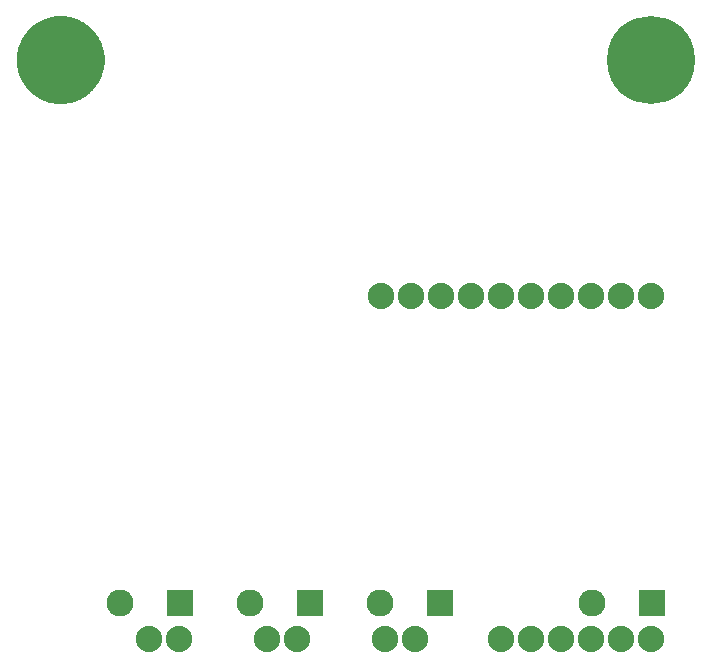
<source format=gbs>
G04 MADE WITH FRITZING*
G04 WWW.FRITZING.ORG*
G04 DOUBLE SIDED*
G04 HOLES PLATED*
G04 CONTOUR ON CENTER OF CONTOUR VECTOR*
%FSLAX26Y26*%
%MOIN*%
%ADD10C,0.090000*%
%ADD11C,0.125984*%
%ADD12C,0.293464*%
%ADD13C,0.088000*%
%ADD14R,0.090000X0.090000*%
%ADD15R,0.001000X0.001000*%
%G04MASK0*%
%FSLAX26Y26*%
%MOIN*%
D10*
X2117570Y296110D03*
X1917570Y296110D03*
X1408910Y296110D03*
X1208910Y296110D03*
X975830Y296110D03*
X775830Y296110D03*
X542767Y296110D03*
X342767Y296110D03*
D11*
X145911Y2107132D03*
D12*
X2114430Y2107132D03*
D13*
X539611Y178000D03*
X439611Y178000D03*
X933310Y178000D03*
X833310Y178000D03*
X1327020Y178000D03*
X1227020Y178000D03*
X2112900Y178020D03*
X2012900Y178020D03*
X1912900Y178020D03*
X1812900Y178020D03*
X1712900Y178020D03*
X1612900Y178020D03*
X2114420Y1319731D03*
X2014420Y1319731D03*
X1914420Y1319731D03*
X1814420Y1319731D03*
X1714420Y1319731D03*
X1614420Y1319731D03*
X1514420Y1319731D03*
X1414420Y1319731D03*
X1314420Y1319731D03*
X1214420Y1319731D03*
D14*
X2117570Y296110D03*
X1408910Y296110D03*
X975830Y296110D03*
X542767Y296110D03*
D15*
X134500Y2253280D02*
X157500Y2253280D01*
X125500Y2252280D02*
X166500Y2252280D01*
X119500Y2251280D02*
X172500Y2251280D01*
X114500Y2250280D02*
X177500Y2250280D01*
X110500Y2249280D02*
X181500Y2249280D01*
X106500Y2248280D02*
X185500Y2248280D01*
X102500Y2247280D02*
X188500Y2247280D01*
X99500Y2246280D02*
X191500Y2246280D01*
X96500Y2245280D02*
X194500Y2245280D01*
X94500Y2244280D02*
X197500Y2244280D01*
X91500Y2243280D02*
X200500Y2243280D01*
X89500Y2242280D02*
X202500Y2242280D01*
X86500Y2241280D02*
X204500Y2241280D01*
X84500Y2240280D02*
X206500Y2240280D01*
X82500Y2239280D02*
X209500Y2239280D01*
X80500Y2238280D02*
X210500Y2238280D01*
X78500Y2237280D02*
X212500Y2237280D01*
X76500Y2236280D02*
X214500Y2236280D01*
X75500Y2235280D02*
X216500Y2235280D01*
X73500Y2234280D02*
X218500Y2234280D01*
X71500Y2233280D02*
X219500Y2233280D01*
X70500Y2232280D02*
X221500Y2232280D01*
X68500Y2231280D02*
X223500Y2231280D01*
X66500Y2230280D02*
X224500Y2230280D01*
X65500Y2229280D02*
X226500Y2229280D01*
X63500Y2228280D02*
X227500Y2228280D01*
X62500Y2227280D02*
X229500Y2227280D01*
X61500Y2226280D02*
X230500Y2226280D01*
X59500Y2225280D02*
X232500Y2225280D01*
X58500Y2224280D02*
X233500Y2224280D01*
X57500Y2223280D02*
X234500Y2223280D01*
X55500Y2222280D02*
X235500Y2222280D01*
X54500Y2221280D02*
X237500Y2221280D01*
X53500Y2220280D02*
X238500Y2220280D01*
X51500Y2219280D02*
X239500Y2219280D01*
X50500Y2218280D02*
X240500Y2218280D01*
X49500Y2217280D02*
X242500Y2217280D01*
X48500Y2216280D02*
X243500Y2216280D01*
X47500Y2215280D02*
X244500Y2215280D01*
X46500Y2214280D02*
X245500Y2214280D01*
X45500Y2213280D02*
X246500Y2213280D01*
X44500Y2212280D02*
X247500Y2212280D01*
X43500Y2211280D02*
X248500Y2211280D01*
X42500Y2210280D02*
X249500Y2210280D01*
X41500Y2209280D02*
X250500Y2209280D01*
X40500Y2208280D02*
X251500Y2208280D01*
X39500Y2207280D02*
X252500Y2207280D01*
X38500Y2206280D02*
X253500Y2206280D01*
X37500Y2205280D02*
X254500Y2205280D01*
X36500Y2204280D02*
X255500Y2204280D01*
X35500Y2203280D02*
X256500Y2203280D01*
X34500Y2202280D02*
X256500Y2202280D01*
X33500Y2201280D02*
X257500Y2201280D01*
X33500Y2200280D02*
X258500Y2200280D01*
X32500Y2199280D02*
X259500Y2199280D01*
X31500Y2198280D02*
X260500Y2198280D01*
X30500Y2197280D02*
X260500Y2197280D01*
X30500Y2196280D02*
X261500Y2196280D01*
X29500Y2195280D02*
X262500Y2195280D01*
X28500Y2194280D02*
X263500Y2194280D01*
X27500Y2193280D02*
X263500Y2193280D01*
X27500Y2192280D02*
X264500Y2192280D01*
X26500Y2191280D02*
X265500Y2191280D01*
X25500Y2190280D02*
X265500Y2190280D01*
X25500Y2189280D02*
X266500Y2189280D01*
X24500Y2188280D02*
X267500Y2188280D01*
X23500Y2187280D02*
X267500Y2187280D01*
X23500Y2186280D02*
X268500Y2186280D01*
X22500Y2185280D02*
X269500Y2185280D01*
X21500Y2184280D02*
X269500Y2184280D01*
X21500Y2183280D02*
X270500Y2183280D01*
X20500Y2182280D02*
X271500Y2182280D01*
X19500Y2181280D02*
X271500Y2181280D01*
X19500Y2180280D02*
X272500Y2180280D01*
X18500Y2179280D02*
X272500Y2179280D01*
X18500Y2178280D02*
X273500Y2178280D01*
X17500Y2177280D02*
X274500Y2177280D01*
X17500Y2176280D02*
X274500Y2176280D01*
X16500Y2175280D02*
X275500Y2175280D01*
X16500Y2174280D02*
X275500Y2174280D01*
X15500Y2173280D02*
X276500Y2173280D01*
X14500Y2172280D02*
X276500Y2172280D01*
X14500Y2171280D02*
X277500Y2171280D01*
X13500Y2170280D02*
X277500Y2170280D01*
X13500Y2169280D02*
X278500Y2169280D01*
X13500Y2168280D02*
X278500Y2168280D01*
X12500Y2167280D02*
X279500Y2167280D01*
X12500Y2166280D02*
X279500Y2166280D01*
X11500Y2165280D02*
X280500Y2165280D01*
X11500Y2164280D02*
X280500Y2164280D01*
X10500Y2163280D02*
X280500Y2163280D01*
X10500Y2162280D02*
X281500Y2162280D01*
X10500Y2161280D02*
X281500Y2161280D01*
X9500Y2160280D02*
X282500Y2160280D01*
X9500Y2159280D02*
X282500Y2159280D01*
X8500Y2158280D02*
X282500Y2158280D01*
X8500Y2157280D02*
X283500Y2157280D01*
X8500Y2156280D02*
X283500Y2156280D01*
X7500Y2155280D02*
X283500Y2155280D01*
X7500Y2154280D02*
X284500Y2154280D01*
X7500Y2153280D02*
X284500Y2153280D01*
X6500Y2152280D02*
X284500Y2152280D01*
X6500Y2151280D02*
X285500Y2151280D01*
X6500Y2150280D02*
X285500Y2150280D01*
X5500Y2149280D02*
X285500Y2149280D01*
X5500Y2148280D02*
X286500Y2148280D01*
X5500Y2147280D02*
X286500Y2147280D01*
X5500Y2146280D02*
X286500Y2146280D01*
X4500Y2145280D02*
X286500Y2145280D01*
X4500Y2144280D02*
X287500Y2144280D01*
X4500Y2143280D02*
X287500Y2143280D01*
X3500Y2142280D02*
X287500Y2142280D01*
X3500Y2141280D02*
X287500Y2141280D01*
X3500Y2140280D02*
X288500Y2140280D01*
X3500Y2139280D02*
X288500Y2139280D01*
X3500Y2138280D02*
X288500Y2138280D01*
X2500Y2137280D02*
X288500Y2137280D01*
X2500Y2136280D02*
X289500Y2136280D01*
X2500Y2135280D02*
X289500Y2135280D01*
X2500Y2134280D02*
X289500Y2134280D01*
X2500Y2133280D02*
X289500Y2133280D01*
X1500Y2132280D02*
X289500Y2132280D01*
X1500Y2131280D02*
X290500Y2131280D01*
X1500Y2130280D02*
X290500Y2130280D01*
X1500Y2129280D02*
X290500Y2129280D01*
X1500Y2128280D02*
X290500Y2128280D01*
X1500Y2127280D02*
X290500Y2127280D01*
X1500Y2126280D02*
X290500Y2126280D01*
X500Y2125280D02*
X290500Y2125280D01*
X500Y2124280D02*
X290500Y2124280D01*
X500Y2123280D02*
X291500Y2123280D01*
X500Y2122280D02*
X291500Y2122280D01*
X500Y2121280D02*
X291500Y2121280D01*
X500Y2120280D02*
X291500Y2120280D01*
X500Y2119280D02*
X291500Y2119280D01*
X500Y2118280D02*
X291500Y2118280D01*
X500Y2117280D02*
X291500Y2117280D01*
X500Y2116280D02*
X291500Y2116280D01*
X500Y2115280D02*
X291500Y2115280D01*
X500Y2114280D02*
X291500Y2114280D01*
X500Y2113280D02*
X291500Y2113280D01*
X500Y2112280D02*
X291500Y2112280D01*
X500Y2111280D02*
X291500Y2111280D01*
X500Y2110280D02*
X291500Y2110280D01*
X500Y2109280D02*
X291500Y2109280D01*
X500Y2108280D02*
X292500Y2108280D01*
X500Y2107280D02*
X292500Y2107280D01*
X500Y2106280D02*
X292500Y2106280D01*
X500Y2105280D02*
X291500Y2105280D01*
X500Y2104280D02*
X291500Y2104280D01*
X500Y2103280D02*
X291500Y2103280D01*
X500Y2102280D02*
X291500Y2102280D01*
X500Y2101280D02*
X291500Y2101280D01*
X500Y2100280D02*
X291500Y2100280D01*
X500Y2099280D02*
X291500Y2099280D01*
X500Y2098280D02*
X291500Y2098280D01*
X500Y2097280D02*
X291500Y2097280D01*
X500Y2096280D02*
X291500Y2096280D01*
X500Y2095280D02*
X291500Y2095280D01*
X500Y2094280D02*
X291500Y2094280D01*
X500Y2093280D02*
X291500Y2093280D01*
X500Y2092280D02*
X291500Y2092280D01*
X500Y2091280D02*
X291500Y2091280D01*
X500Y2090280D02*
X290500Y2090280D01*
X500Y2089280D02*
X290500Y2089280D01*
X500Y2088280D02*
X290500Y2088280D01*
X1500Y2087280D02*
X290500Y2087280D01*
X1500Y2086280D02*
X290500Y2086280D01*
X1500Y2085280D02*
X290500Y2085280D01*
X1500Y2084280D02*
X290500Y2084280D01*
X1500Y2083280D02*
X290500Y2083280D01*
X1500Y2082280D02*
X289500Y2082280D01*
X2500Y2081280D02*
X289500Y2081280D01*
X2500Y2080280D02*
X289500Y2080280D01*
X2500Y2079280D02*
X289500Y2079280D01*
X2500Y2078280D02*
X289500Y2078280D01*
X2500Y2077280D02*
X288500Y2077280D01*
X2500Y2076280D02*
X288500Y2076280D01*
X3500Y2075280D02*
X288500Y2075280D01*
X3500Y2074280D02*
X288500Y2074280D01*
X3500Y2073280D02*
X288500Y2073280D01*
X3500Y2072280D02*
X287500Y2072280D01*
X4500Y2071280D02*
X287500Y2071280D01*
X4500Y2070280D02*
X287500Y2070280D01*
X4500Y2069280D02*
X287500Y2069280D01*
X4500Y2068280D02*
X286500Y2068280D01*
X5500Y2067280D02*
X286500Y2067280D01*
X5500Y2066280D02*
X286500Y2066280D01*
X5500Y2065280D02*
X285500Y2065280D01*
X6500Y2064280D02*
X285500Y2064280D01*
X6500Y2063280D02*
X285500Y2063280D01*
X6500Y2062280D02*
X284500Y2062280D01*
X7500Y2061280D02*
X284500Y2061280D01*
X7500Y2060280D02*
X284500Y2060280D01*
X7500Y2059280D02*
X283500Y2059280D01*
X8500Y2058280D02*
X283500Y2058280D01*
X8500Y2057280D02*
X283500Y2057280D01*
X8500Y2056280D02*
X282500Y2056280D01*
X9500Y2055280D02*
X282500Y2055280D01*
X9500Y2054280D02*
X282500Y2054280D01*
X9500Y2053280D02*
X281500Y2053280D01*
X10500Y2052280D02*
X281500Y2052280D01*
X10500Y2051280D02*
X280500Y2051280D01*
X11500Y2050280D02*
X280500Y2050280D01*
X11500Y2049280D02*
X280500Y2049280D01*
X12500Y2048280D02*
X279500Y2048280D01*
X12500Y2047280D02*
X279500Y2047280D01*
X12500Y2046280D02*
X278500Y2046280D01*
X13500Y2045280D02*
X278500Y2045280D01*
X13500Y2044280D02*
X277500Y2044280D01*
X14500Y2043280D02*
X277500Y2043280D01*
X14500Y2042280D02*
X276500Y2042280D01*
X15500Y2041280D02*
X276500Y2041280D01*
X15500Y2040280D02*
X275500Y2040280D01*
X16500Y2039280D02*
X275500Y2039280D01*
X16500Y2038280D02*
X274500Y2038280D01*
X17500Y2037280D02*
X274500Y2037280D01*
X18500Y2036280D02*
X273500Y2036280D01*
X18500Y2035280D02*
X273500Y2035280D01*
X19500Y2034280D02*
X272500Y2034280D01*
X19500Y2033280D02*
X271500Y2033280D01*
X20500Y2032280D02*
X271500Y2032280D01*
X21500Y2031280D02*
X270500Y2031280D01*
X21500Y2030280D02*
X270500Y2030280D01*
X22500Y2029280D02*
X269500Y2029280D01*
X22500Y2028280D02*
X268500Y2028280D01*
X23500Y2027280D02*
X268500Y2027280D01*
X24500Y2026280D02*
X267500Y2026280D01*
X24500Y2025280D02*
X266500Y2025280D01*
X25500Y2024280D02*
X266500Y2024280D01*
X26500Y2023280D02*
X265500Y2023280D01*
X27500Y2022280D02*
X264500Y2022280D01*
X27500Y2021280D02*
X263500Y2021280D01*
X28500Y2020280D02*
X263500Y2020280D01*
X29500Y2019280D02*
X262500Y2019280D01*
X29500Y2018280D02*
X261500Y2018280D01*
X30500Y2017280D02*
X261500Y2017280D01*
X31500Y2016280D02*
X260500Y2016280D01*
X32500Y2015280D02*
X259500Y2015280D01*
X33500Y2014280D02*
X258500Y2014280D01*
X33500Y2013280D02*
X257500Y2013280D01*
X34500Y2012280D02*
X257500Y2012280D01*
X35500Y2011280D02*
X256500Y2011280D01*
X36500Y2010280D02*
X255500Y2010280D01*
X37500Y2009280D02*
X254500Y2009280D01*
X38500Y2008280D02*
X253500Y2008280D01*
X39500Y2007280D02*
X252500Y2007280D01*
X39500Y2006280D02*
X251500Y2006280D01*
X40500Y2005280D02*
X250500Y2005280D01*
X41500Y2004280D02*
X249500Y2004280D01*
X42500Y2003280D02*
X248500Y2003280D01*
X43500Y2002280D02*
X247500Y2002280D01*
X44500Y2001280D02*
X246500Y2001280D01*
X46500Y2000280D02*
X245500Y2000280D01*
X47500Y1999280D02*
X244500Y1999280D01*
X48500Y1998280D02*
X243500Y1998280D01*
X49500Y1997280D02*
X242500Y1997280D01*
X50500Y1996280D02*
X241500Y1996280D01*
X51500Y1995280D02*
X239500Y1995280D01*
X52500Y1994280D02*
X238500Y1994280D01*
X54500Y1993280D02*
X237500Y1993280D01*
X55500Y1992280D02*
X236500Y1992280D01*
X56500Y1991280D02*
X234500Y1991280D01*
X58500Y1990280D02*
X233500Y1990280D01*
X59500Y1989280D02*
X232500Y1989280D01*
X60500Y1988280D02*
X230500Y1988280D01*
X62500Y1987280D02*
X229500Y1987280D01*
X63500Y1986280D02*
X228500Y1986280D01*
X65500Y1985280D02*
X226500Y1985280D01*
X66500Y1984280D02*
X225500Y1984280D01*
X68500Y1983280D02*
X223500Y1983280D01*
X69500Y1982280D02*
X221500Y1982280D01*
X71500Y1981280D02*
X220500Y1981280D01*
X73500Y1980280D02*
X218500Y1980280D01*
X74500Y1979280D02*
X216500Y1979280D01*
X76500Y1978280D02*
X215500Y1978280D01*
X78500Y1977280D02*
X213500Y1977280D01*
X80500Y1976280D02*
X211500Y1976280D01*
X82500Y1975280D02*
X209500Y1975280D01*
X84500Y1974280D02*
X207500Y1974280D01*
X86500Y1973280D02*
X205500Y1973280D01*
X88500Y1972280D02*
X202500Y1972280D01*
X91500Y1971280D02*
X200500Y1971280D01*
X93500Y1970280D02*
X197500Y1970280D01*
X96500Y1969280D02*
X195500Y1969280D01*
X99500Y1968280D02*
X192500Y1968280D01*
X102500Y1967280D02*
X189500Y1967280D01*
X105500Y1966280D02*
X185500Y1966280D01*
X109500Y1965280D02*
X182500Y1965280D01*
X113500Y1964280D02*
X178500Y1964280D01*
X118500Y1963280D02*
X173500Y1963280D01*
X123500Y1962280D02*
X167500Y1962280D01*
X131500Y1961280D02*
X159500Y1961280D01*
D02*
G04 End of Mask0*
M02*
</source>
